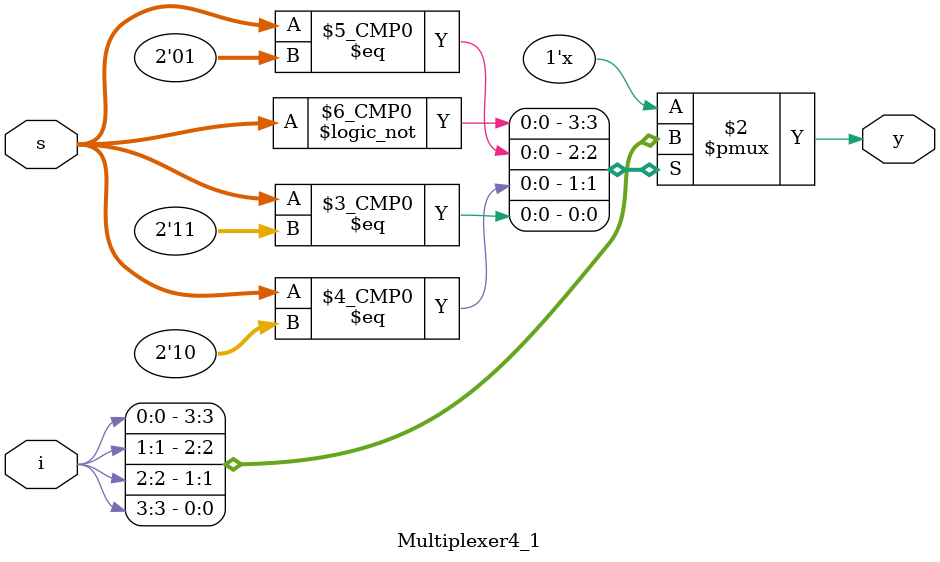
<source format=v>
`timescale 1ns / 1ps
module Multiplexer4_1(
    input wire [3:0] i,
    input wire [1:0] s,
    output reg y
    );

always @* begin
	case (s)
		2'b00 : y = i[0];
		2'b01 : y = i[1];
		2'b10 : y = i[2];
		2'b11 : y = i[3];
		default: y = 1'b0;
	endcase
end

endmodule

</source>
